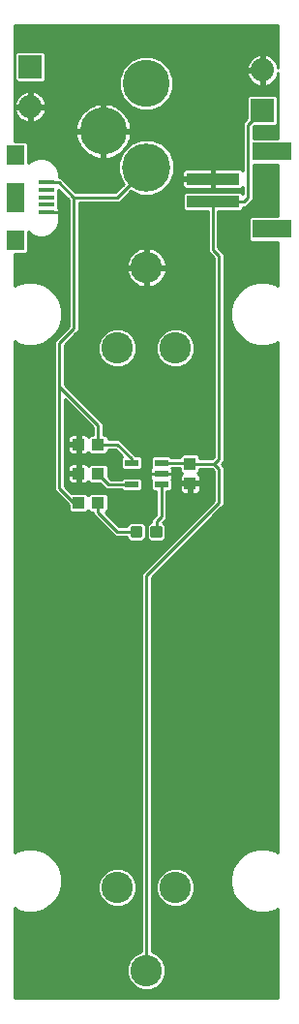
<source format=gtl>
G75*
%MOIN*%
%OFA0B0*%
%FSLAX25Y25*%
%IPPOS*%
%LPD*%
%AMOC8*
5,1,8,0,0,1.08239X$1,22.5*
%
%ADD10R,0.04724X0.02165*%
%ADD11R,0.04331X0.03937*%
%ADD12R,0.03937X0.04331*%
%ADD13R,0.18110X0.03937*%
%ADD14R,0.13386X0.06299*%
%ADD15R,0.08000X0.08000*%
%ADD16C,0.08000*%
%ADD17C,0.16598*%
%ADD18C,0.16200*%
%ADD19C,0.01181*%
%ADD20C,0.10800*%
%ADD21R,0.05512X0.01575*%
%ADD22R,0.05906X0.07087*%
%ADD23R,0.05906X0.09843*%
%ADD24C,0.01000*%
D10*
X0163215Y0221260D03*
X0163215Y0228740D03*
X0173452Y0228740D03*
X0173452Y0225000D03*
X0173452Y0221260D03*
D11*
X0151680Y0225000D03*
X0144987Y0225000D03*
X0144987Y0215000D03*
X0151680Y0215000D03*
X0151680Y0235000D03*
X0144987Y0235000D03*
D12*
X0183333Y0228346D03*
X0183333Y0221654D03*
D13*
X0191266Y0318563D03*
X0191266Y0326437D03*
D14*
X0211739Y0335886D03*
X0211739Y0309114D03*
D15*
X0208333Y0350000D03*
X0128333Y0365000D03*
D16*
X0128333Y0351220D03*
X0208333Y0363780D03*
D17*
X0168333Y0330363D03*
D18*
X0153524Y0342874D03*
X0168233Y0359185D03*
D19*
X0163503Y0206378D02*
X0163503Y0203622D01*
X0163503Y0206378D02*
X0166259Y0206378D01*
X0166259Y0203622D01*
X0163503Y0203622D01*
X0163503Y0204802D02*
X0166259Y0204802D01*
X0166259Y0205982D02*
X0163503Y0205982D01*
X0170408Y0206378D02*
X0170408Y0203622D01*
X0170408Y0206378D02*
X0173164Y0206378D01*
X0173164Y0203622D01*
X0170408Y0203622D01*
X0170408Y0204802D02*
X0173164Y0204802D01*
X0173164Y0205982D02*
X0170408Y0205982D01*
D20*
X0178333Y0268189D03*
X0158333Y0268189D03*
X0168333Y0295937D03*
X0158333Y0082598D03*
X0178333Y0082598D03*
X0168333Y0054063D03*
D21*
X0133963Y0314882D03*
X0133963Y0317441D03*
X0133963Y0320000D03*
X0133963Y0322559D03*
X0133963Y0325118D03*
D22*
X0123333Y0334567D03*
X0123333Y0305433D03*
D23*
X0123333Y0320000D03*
D24*
X0122833Y0075474D02*
X0122833Y0044500D01*
X0213755Y0044500D01*
X0213755Y0075428D01*
X0212579Y0074750D01*
X0209782Y0074000D01*
X0206885Y0074000D01*
X0204087Y0074750D01*
X0201579Y0076198D01*
X0199531Y0078246D01*
X0198083Y0080754D01*
X0197333Y0083552D01*
X0197333Y0086448D01*
X0198083Y0089246D01*
X0199531Y0091754D01*
X0201579Y0093802D01*
X0204087Y0095250D01*
X0206885Y0096000D01*
X0209782Y0096000D01*
X0212579Y0095250D01*
X0213755Y0094572D01*
X0213755Y0270428D01*
X0212579Y0269750D01*
X0209782Y0269000D01*
X0206885Y0269000D01*
X0204087Y0269750D01*
X0201579Y0271198D01*
X0199531Y0273246D01*
X0198083Y0275754D01*
X0197333Y0278552D01*
X0197333Y0281448D01*
X0198083Y0284246D01*
X0199531Y0286754D01*
X0201579Y0288802D01*
X0204087Y0290250D01*
X0206885Y0291000D01*
X0209782Y0291000D01*
X0212579Y0290250D01*
X0213755Y0289572D01*
X0213755Y0304665D01*
X0204507Y0304665D01*
X0203746Y0305426D01*
X0203746Y0312802D01*
X0204507Y0313564D01*
X0213755Y0313564D01*
X0213755Y0331436D01*
X0205133Y0331436D01*
X0205133Y0319254D01*
X0202642Y0316763D01*
X0201622Y0316763D01*
X0201622Y0316056D01*
X0200860Y0315294D01*
X0193066Y0315294D01*
X0193066Y0302813D01*
X0194079Y0301800D01*
X0195133Y0300746D01*
X0195133Y0229254D01*
X0194225Y0228346D01*
X0195133Y0227438D01*
X0195133Y0214254D01*
X0194079Y0213200D01*
X0170133Y0189254D01*
X0170133Y0060569D01*
X0172129Y0059743D01*
X0174013Y0057858D01*
X0175033Y0055396D01*
X0175033Y0052730D01*
X0174013Y0050268D01*
X0172129Y0048383D01*
X0169666Y0047363D01*
X0167001Y0047363D01*
X0164538Y0048383D01*
X0162653Y0050268D01*
X0161633Y0052730D01*
X0161633Y0055396D01*
X0162653Y0057858D01*
X0164538Y0059743D01*
X0166533Y0060569D01*
X0166533Y0190746D01*
X0191533Y0215746D01*
X0191533Y0225947D01*
X0190934Y0226546D01*
X0186602Y0226546D01*
X0186602Y0225643D01*
X0186068Y0225109D01*
X0186223Y0225019D01*
X0186502Y0224740D01*
X0186700Y0224398D01*
X0186802Y0224016D01*
X0186802Y0222138D01*
X0183818Y0222138D01*
X0183818Y0221169D01*
X0186802Y0221169D01*
X0186802Y0219291D01*
X0186700Y0218909D01*
X0186502Y0218567D01*
X0186223Y0218288D01*
X0185881Y0218090D01*
X0185499Y0217988D01*
X0183818Y0217988D01*
X0183818Y0221169D01*
X0182849Y0221169D01*
X0182849Y0217988D01*
X0181167Y0217988D01*
X0180786Y0218090D01*
X0180444Y0218288D01*
X0180165Y0218567D01*
X0179967Y0218909D01*
X0179865Y0219291D01*
X0179865Y0221169D01*
X0182849Y0221169D01*
X0182849Y0222138D01*
X0179865Y0222138D01*
X0179865Y0224016D01*
X0179967Y0224398D01*
X0180165Y0224740D01*
X0180444Y0225019D01*
X0180599Y0225109D01*
X0180065Y0225643D01*
X0180065Y0226940D01*
X0177051Y0226940D01*
X0177212Y0226662D01*
X0177314Y0226280D01*
X0177314Y0225041D01*
X0173493Y0225041D01*
X0173493Y0224959D01*
X0177314Y0224959D01*
X0177314Y0223720D01*
X0177212Y0223338D01*
X0177014Y0222996D01*
X0177007Y0222988D01*
X0177114Y0222881D01*
X0177114Y0219639D01*
X0176353Y0218877D01*
X0175252Y0218877D01*
X0175252Y0209373D01*
X0174047Y0208168D01*
X0175055Y0207161D01*
X0175055Y0202839D01*
X0173947Y0201731D01*
X0169625Y0201731D01*
X0168518Y0202839D01*
X0168518Y0207161D01*
X0169625Y0208268D01*
X0169986Y0208268D01*
X0169986Y0209198D01*
X0171652Y0210864D01*
X0171652Y0218877D01*
X0170551Y0218877D01*
X0169790Y0219639D01*
X0169790Y0222881D01*
X0169897Y0222988D01*
X0169889Y0222996D01*
X0169692Y0223338D01*
X0169590Y0223720D01*
X0169590Y0224959D01*
X0173410Y0224959D01*
X0173410Y0225041D01*
X0169590Y0225041D01*
X0169590Y0226280D01*
X0169692Y0226662D01*
X0169889Y0227004D01*
X0169897Y0227011D01*
X0169790Y0227119D01*
X0169790Y0230361D01*
X0170551Y0231123D01*
X0176353Y0231123D01*
X0176935Y0230540D01*
X0180065Y0230540D01*
X0180065Y0231050D01*
X0180826Y0231812D01*
X0185840Y0231812D01*
X0186602Y0231050D01*
X0186602Y0230146D01*
X0190934Y0230146D01*
X0191533Y0230746D01*
X0191533Y0299254D01*
X0189466Y0301321D01*
X0189466Y0315294D01*
X0181673Y0315294D01*
X0180911Y0316056D01*
X0180911Y0321070D01*
X0181673Y0321831D01*
X0200860Y0321831D01*
X0201533Y0321158D01*
X0201533Y0323567D01*
X0201522Y0323547D01*
X0201243Y0323268D01*
X0200900Y0323071D01*
X0200519Y0322969D01*
X0191751Y0322969D01*
X0191751Y0325953D01*
X0190782Y0325953D01*
X0180711Y0325953D01*
X0180711Y0324271D01*
X0180814Y0323890D01*
X0181011Y0323547D01*
X0181290Y0323268D01*
X0181632Y0323071D01*
X0182014Y0322969D01*
X0190782Y0322969D01*
X0190782Y0325953D01*
X0190782Y0326921D01*
X0180711Y0326921D01*
X0180711Y0328603D01*
X0180814Y0328984D01*
X0181011Y0329327D01*
X0181290Y0329606D01*
X0181632Y0329803D01*
X0182014Y0329905D01*
X0190782Y0329905D01*
X0190782Y0326921D01*
X0191751Y0326921D01*
X0191751Y0329905D01*
X0200519Y0329905D01*
X0200900Y0329803D01*
X0201243Y0329606D01*
X0201522Y0329327D01*
X0201533Y0329307D01*
X0201533Y0345746D01*
X0202588Y0346800D01*
X0203033Y0347246D01*
X0203033Y0354538D01*
X0203795Y0355300D01*
X0212872Y0355300D01*
X0213633Y0354538D01*
X0213633Y0345462D01*
X0212872Y0344700D01*
X0205579Y0344700D01*
X0205133Y0344254D01*
X0205133Y0340335D01*
X0213755Y0340335D01*
X0213755Y0362850D01*
X0213698Y0362492D01*
X0213430Y0361668D01*
X0213037Y0360897D01*
X0212528Y0360197D01*
X0211916Y0359584D01*
X0211216Y0359076D01*
X0210445Y0358682D01*
X0209621Y0358415D01*
X0208833Y0358290D01*
X0208833Y0363279D01*
X0207833Y0363279D01*
X0207833Y0358290D01*
X0207045Y0358415D01*
X0206222Y0358682D01*
X0205451Y0359076D01*
X0204750Y0359584D01*
X0204138Y0360197D01*
X0203629Y0360897D01*
X0203236Y0361668D01*
X0202969Y0362492D01*
X0202844Y0363280D01*
X0207833Y0363280D01*
X0207833Y0364280D01*
X0207833Y0369269D01*
X0207045Y0369144D01*
X0206222Y0368877D01*
X0205451Y0368484D01*
X0204750Y0367975D01*
X0204138Y0367363D01*
X0203629Y0366662D01*
X0203236Y0365891D01*
X0202969Y0365067D01*
X0202844Y0364280D01*
X0207833Y0364280D01*
X0208833Y0364280D01*
X0208833Y0369269D01*
X0209621Y0369144D01*
X0210445Y0368877D01*
X0211216Y0368484D01*
X0211916Y0367975D01*
X0212528Y0367363D01*
X0213037Y0366662D01*
X0213430Y0365891D01*
X0213698Y0365067D01*
X0213755Y0364709D01*
X0213755Y0379201D01*
X0122833Y0379201D01*
X0122833Y0339410D01*
X0126825Y0339410D01*
X0127586Y0338649D01*
X0127586Y0331802D01*
X0128498Y0332714D01*
X0130767Y0333654D01*
X0133223Y0333654D01*
X0135492Y0332714D01*
X0137228Y0330977D01*
X0138168Y0328708D01*
X0138168Y0326918D01*
X0138961Y0326918D01*
X0140015Y0325864D01*
X0144079Y0321800D01*
X0157588Y0321800D01*
X0160454Y0324667D01*
X0160196Y0324925D01*
X0158734Y0328454D01*
X0158734Y0332272D01*
X0160196Y0335801D01*
X0162896Y0338501D01*
X0166424Y0339962D01*
X0170243Y0339962D01*
X0173771Y0338501D01*
X0176471Y0335801D01*
X0177933Y0332272D01*
X0177933Y0328454D01*
X0176471Y0324925D01*
X0173771Y0322225D01*
X0170243Y0320764D01*
X0166424Y0320764D01*
X0163043Y0322164D01*
X0160133Y0319254D01*
X0159079Y0318200D01*
X0145133Y0318200D01*
X0145133Y0274254D01*
X0144079Y0273200D01*
X0140133Y0269254D01*
X0140133Y0255746D01*
X0153480Y0242399D01*
X0153480Y0238268D01*
X0154384Y0238268D01*
X0155145Y0237507D01*
X0155145Y0236800D01*
X0159079Y0236800D01*
X0164756Y0231123D01*
X0166116Y0231123D01*
X0166877Y0230361D01*
X0166877Y0227119D01*
X0166116Y0226357D01*
X0160314Y0226357D01*
X0159553Y0227119D01*
X0159553Y0230361D01*
X0159990Y0230798D01*
X0157588Y0233200D01*
X0155145Y0233200D01*
X0155145Y0232493D01*
X0154384Y0231731D01*
X0148976Y0231731D01*
X0148442Y0232265D01*
X0148353Y0232110D01*
X0148073Y0231831D01*
X0147731Y0231634D01*
X0147350Y0231531D01*
X0145471Y0231531D01*
X0145471Y0234516D01*
X0144503Y0234516D01*
X0144503Y0231531D01*
X0142624Y0231531D01*
X0142243Y0231634D01*
X0141900Y0231831D01*
X0141621Y0232110D01*
X0141424Y0232453D01*
X0141322Y0232834D01*
X0141322Y0234516D01*
X0144503Y0234516D01*
X0144503Y0235484D01*
X0141322Y0235484D01*
X0141322Y0237166D01*
X0141424Y0237547D01*
X0141621Y0237890D01*
X0141900Y0238169D01*
X0142243Y0238366D01*
X0142624Y0238468D01*
X0144503Y0238468D01*
X0144503Y0235484D01*
X0145471Y0235484D01*
X0145471Y0238468D01*
X0147350Y0238468D01*
X0147731Y0238366D01*
X0148073Y0238169D01*
X0148353Y0237890D01*
X0148442Y0237735D01*
X0148976Y0238268D01*
X0149880Y0238268D01*
X0149880Y0240908D01*
X0140133Y0250654D01*
X0140133Y0220746D01*
X0142610Y0218268D01*
X0147691Y0218268D01*
X0148333Y0217626D01*
X0148976Y0218268D01*
X0154384Y0218268D01*
X0155145Y0217507D01*
X0155145Y0212493D01*
X0154384Y0211731D01*
X0154147Y0211731D01*
X0159079Y0206800D01*
X0161612Y0206800D01*
X0161612Y0207161D01*
X0162720Y0208268D01*
X0167042Y0208268D01*
X0168149Y0207161D01*
X0168149Y0202839D01*
X0167042Y0201731D01*
X0162720Y0201731D01*
X0161612Y0202839D01*
X0161612Y0203200D01*
X0157588Y0203200D01*
X0156533Y0204254D01*
X0149880Y0210908D01*
X0149880Y0211731D01*
X0148976Y0211731D01*
X0148333Y0212374D01*
X0147691Y0211731D01*
X0142283Y0211731D01*
X0141522Y0212493D01*
X0141522Y0214266D01*
X0137588Y0218200D01*
X0136533Y0219254D01*
X0136533Y0270746D01*
X0141533Y0275746D01*
X0141533Y0319254D01*
X0138019Y0322769D01*
X0138019Y0316418D01*
X0138117Y0316248D01*
X0138219Y0315867D01*
X0138219Y0314882D01*
X0137698Y0314882D01*
X0137698Y0314882D01*
X0138219Y0314882D01*
X0138219Y0313897D01*
X0138168Y0313706D01*
X0138168Y0311292D01*
X0137228Y0309023D01*
X0135492Y0307286D01*
X0133223Y0306346D01*
X0130767Y0306346D01*
X0128498Y0307286D01*
X0127586Y0308198D01*
X0127586Y0301351D01*
X0126825Y0300590D01*
X0122833Y0300590D01*
X0122833Y0289526D01*
X0124087Y0290250D01*
X0126885Y0291000D01*
X0129782Y0291000D01*
X0132579Y0290250D01*
X0135087Y0288802D01*
X0137136Y0286754D01*
X0138584Y0284246D01*
X0139333Y0281448D01*
X0139333Y0278552D01*
X0138584Y0275754D01*
X0137136Y0273246D01*
X0135087Y0271198D01*
X0132579Y0269750D01*
X0129782Y0269000D01*
X0126885Y0269000D01*
X0124087Y0269750D01*
X0122833Y0270474D01*
X0122833Y0094526D01*
X0124087Y0095250D01*
X0126885Y0096000D01*
X0129782Y0096000D01*
X0132579Y0095250D01*
X0135087Y0093802D01*
X0137136Y0091754D01*
X0138584Y0089246D01*
X0139333Y0086448D01*
X0139333Y0083552D01*
X0138584Y0080754D01*
X0137136Y0078246D01*
X0135087Y0076198D01*
X0132579Y0074750D01*
X0129782Y0074000D01*
X0126885Y0074000D01*
X0124087Y0074750D01*
X0122833Y0075474D01*
X0122833Y0074948D02*
X0123744Y0074948D01*
X0122833Y0073949D02*
X0166533Y0073949D01*
X0166533Y0072951D02*
X0122833Y0072951D01*
X0122833Y0071952D02*
X0166533Y0071952D01*
X0166533Y0070954D02*
X0122833Y0070954D01*
X0122833Y0069955D02*
X0166533Y0069955D01*
X0166533Y0068957D02*
X0122833Y0068957D01*
X0122833Y0067958D02*
X0166533Y0067958D01*
X0166533Y0066960D02*
X0122833Y0066960D01*
X0122833Y0065961D02*
X0166533Y0065961D01*
X0166533Y0064963D02*
X0122833Y0064963D01*
X0122833Y0063964D02*
X0166533Y0063964D01*
X0166533Y0062966D02*
X0122833Y0062966D01*
X0122833Y0061967D02*
X0166533Y0061967D01*
X0166533Y0060969D02*
X0122833Y0060969D01*
X0122833Y0059970D02*
X0165087Y0059970D01*
X0163767Y0058972D02*
X0122833Y0058972D01*
X0122833Y0057973D02*
X0162768Y0057973D01*
X0162287Y0056975D02*
X0122833Y0056975D01*
X0122833Y0055976D02*
X0161874Y0055976D01*
X0161633Y0054978D02*
X0122833Y0054978D01*
X0122833Y0053979D02*
X0161633Y0053979D01*
X0161633Y0052981D02*
X0122833Y0052981D01*
X0122833Y0051982D02*
X0161943Y0051982D01*
X0162357Y0050984D02*
X0122833Y0050984D01*
X0122833Y0049985D02*
X0162936Y0049985D01*
X0163934Y0048987D02*
X0122833Y0048987D01*
X0122833Y0047988D02*
X0165491Y0047988D01*
X0168333Y0054063D02*
X0168333Y0190000D01*
X0193333Y0215000D01*
X0193333Y0226693D01*
X0191680Y0228346D01*
X0193333Y0230000D01*
X0193333Y0300000D01*
X0191266Y0302067D01*
X0191266Y0318563D01*
X0201896Y0318563D01*
X0203333Y0320000D01*
X0203333Y0345000D01*
X0208333Y0350000D01*
X0205425Y0344546D02*
X0213755Y0344546D01*
X0213755Y0345544D02*
X0213633Y0345544D01*
X0213633Y0346543D02*
X0213755Y0346543D01*
X0213755Y0347541D02*
X0213633Y0347541D01*
X0213633Y0348540D02*
X0213755Y0348540D01*
X0213755Y0349539D02*
X0213633Y0349539D01*
X0213633Y0350537D02*
X0213755Y0350537D01*
X0213755Y0351536D02*
X0213633Y0351536D01*
X0213633Y0352534D02*
X0213755Y0352534D01*
X0213755Y0353533D02*
X0213633Y0353533D01*
X0213633Y0354531D02*
X0213755Y0354531D01*
X0213755Y0355530D02*
X0176894Y0355530D01*
X0177307Y0356528D02*
X0213755Y0356528D01*
X0213755Y0357527D02*
X0177633Y0357527D01*
X0177633Y0357315D02*
X0176202Y0353860D01*
X0173558Y0351216D01*
X0170103Y0349785D01*
X0166364Y0349785D01*
X0162909Y0351216D01*
X0160264Y0353860D01*
X0158833Y0357315D01*
X0158833Y0361055D01*
X0160264Y0364510D01*
X0162909Y0367154D01*
X0166364Y0368585D01*
X0170103Y0368585D01*
X0173558Y0367154D01*
X0176202Y0364510D01*
X0177633Y0361055D01*
X0177633Y0357315D01*
X0177633Y0358525D02*
X0206706Y0358525D01*
X0207833Y0358525D02*
X0208833Y0358525D01*
X0208833Y0359524D02*
X0207833Y0359524D01*
X0207833Y0360522D02*
X0208833Y0360522D01*
X0208833Y0361521D02*
X0207833Y0361521D01*
X0207833Y0362519D02*
X0208833Y0362519D01*
X0207833Y0363518D02*
X0176613Y0363518D01*
X0177027Y0362519D02*
X0202964Y0362519D01*
X0203311Y0361521D02*
X0177440Y0361521D01*
X0177633Y0360522D02*
X0203902Y0360522D01*
X0204834Y0359524D02*
X0177633Y0359524D01*
X0176196Y0364516D02*
X0202881Y0364516D01*
X0203114Y0365515D02*
X0175197Y0365515D01*
X0174199Y0366513D02*
X0203553Y0366513D01*
X0204287Y0367512D02*
X0172694Y0367512D01*
X0170284Y0368510D02*
X0205503Y0368510D01*
X0207833Y0368510D02*
X0208833Y0368510D01*
X0208833Y0367512D02*
X0207833Y0367512D01*
X0207833Y0366513D02*
X0208833Y0366513D01*
X0208833Y0365515D02*
X0207833Y0365515D01*
X0207833Y0364516D02*
X0208833Y0364516D01*
X0211164Y0368510D02*
X0213755Y0368510D01*
X0213755Y0367512D02*
X0212379Y0367512D01*
X0213113Y0366513D02*
X0213755Y0366513D01*
X0213755Y0365515D02*
X0213553Y0365515D01*
X0213702Y0362519D02*
X0213755Y0362519D01*
X0213755Y0361521D02*
X0213355Y0361521D01*
X0213755Y0360522D02*
X0212765Y0360522D01*
X0211833Y0359524D02*
X0213755Y0359524D01*
X0213755Y0358525D02*
X0209960Y0358525D01*
X0203033Y0354531D02*
X0176480Y0354531D01*
X0175874Y0353533D02*
X0203033Y0353533D01*
X0203033Y0352534D02*
X0174876Y0352534D01*
X0173877Y0351536D02*
X0203033Y0351536D01*
X0203033Y0350537D02*
X0171919Y0350537D01*
X0164548Y0350537D02*
X0159312Y0350537D01*
X0159088Y0350716D02*
X0159931Y0350043D01*
X0160693Y0349281D01*
X0161366Y0348438D01*
X0161939Y0347525D01*
X0162407Y0346554D01*
X0162763Y0345536D01*
X0163003Y0344485D01*
X0163124Y0343413D01*
X0163124Y0343374D01*
X0154024Y0343374D01*
X0154024Y0342374D01*
X0163124Y0342374D01*
X0163124Y0342335D01*
X0163003Y0341263D01*
X0162763Y0340212D01*
X0162407Y0339194D01*
X0161939Y0338223D01*
X0161366Y0337310D01*
X0160693Y0336467D01*
X0159931Y0335705D01*
X0159088Y0335032D01*
X0158175Y0334459D01*
X0157203Y0333991D01*
X0156186Y0333635D01*
X0155134Y0333395D01*
X0154063Y0333274D01*
X0154024Y0333274D01*
X0154024Y0342374D01*
X0153024Y0342374D01*
X0153024Y0333274D01*
X0152985Y0333274D01*
X0151913Y0333395D01*
X0150862Y0333635D01*
X0149844Y0333991D01*
X0148873Y0334459D01*
X0147960Y0335032D01*
X0147117Y0335705D01*
X0146354Y0336467D01*
X0145682Y0337310D01*
X0145108Y0338223D01*
X0144641Y0339194D01*
X0144285Y0340212D01*
X0144045Y0341263D01*
X0143924Y0342335D01*
X0143924Y0342374D01*
X0153024Y0342374D01*
X0153024Y0343374D01*
X0153024Y0352474D01*
X0152985Y0352474D01*
X0151913Y0352353D01*
X0150862Y0352113D01*
X0149844Y0351757D01*
X0148873Y0351289D01*
X0147960Y0350716D01*
X0147117Y0350043D01*
X0146354Y0349281D01*
X0145682Y0348438D01*
X0145108Y0347525D01*
X0144641Y0346554D01*
X0144285Y0345536D01*
X0144045Y0344485D01*
X0143924Y0343413D01*
X0143924Y0343374D01*
X0153024Y0343374D01*
X0154024Y0343374D01*
X0154024Y0352474D01*
X0154063Y0352474D01*
X0155134Y0352353D01*
X0156186Y0352113D01*
X0157203Y0351757D01*
X0158175Y0351289D01*
X0159088Y0350716D01*
X0157664Y0351536D02*
X0162589Y0351536D01*
X0161591Y0352534D02*
X0133690Y0352534D01*
X0133698Y0352508D02*
X0133430Y0353332D01*
X0133037Y0354103D01*
X0132528Y0354803D01*
X0131916Y0355416D01*
X0131216Y0355924D01*
X0130445Y0356318D01*
X0129621Y0356585D01*
X0128833Y0356710D01*
X0128833Y0351721D01*
X0127833Y0351721D01*
X0127833Y0356710D01*
X0127045Y0356585D01*
X0126222Y0356318D01*
X0125451Y0355924D01*
X0124750Y0355416D01*
X0124138Y0354803D01*
X0123629Y0354103D01*
X0123236Y0353332D01*
X0122969Y0352508D01*
X0122844Y0351720D01*
X0127833Y0351720D01*
X0127833Y0350720D01*
X0128833Y0350720D01*
X0128833Y0345731D01*
X0129621Y0345856D01*
X0130445Y0346123D01*
X0131216Y0346516D01*
X0131916Y0347025D01*
X0132528Y0347637D01*
X0133037Y0348338D01*
X0133430Y0349109D01*
X0133698Y0349933D01*
X0133823Y0350720D01*
X0128833Y0350720D01*
X0128833Y0351720D01*
X0133823Y0351720D01*
X0133698Y0352508D01*
X0133328Y0353533D02*
X0160592Y0353533D01*
X0159987Y0354531D02*
X0132726Y0354531D01*
X0131759Y0355530D02*
X0159573Y0355530D01*
X0159159Y0356528D02*
X0129796Y0356528D01*
X0128833Y0356528D02*
X0127833Y0356528D01*
X0126870Y0356528D02*
X0122833Y0356528D01*
X0122833Y0355530D02*
X0124907Y0355530D01*
X0123940Y0354531D02*
X0122833Y0354531D01*
X0122833Y0353533D02*
X0123339Y0353533D01*
X0122977Y0352534D02*
X0122833Y0352534D01*
X0122833Y0351536D02*
X0127833Y0351536D01*
X0127833Y0350720D02*
X0122844Y0350720D01*
X0122969Y0349933D01*
X0123236Y0349109D01*
X0123629Y0348338D01*
X0124138Y0347637D01*
X0124750Y0347025D01*
X0125451Y0346516D01*
X0126222Y0346123D01*
X0127045Y0345856D01*
X0127833Y0345731D01*
X0127833Y0350720D01*
X0127833Y0350537D02*
X0128833Y0350537D01*
X0128833Y0349539D02*
X0127833Y0349539D01*
X0127833Y0348540D02*
X0128833Y0348540D01*
X0128833Y0347541D02*
X0127833Y0347541D01*
X0127833Y0346543D02*
X0128833Y0346543D01*
X0131252Y0346543D02*
X0144637Y0346543D01*
X0144288Y0345544D02*
X0122833Y0345544D01*
X0122833Y0344546D02*
X0144059Y0344546D01*
X0143939Y0343547D02*
X0122833Y0343547D01*
X0122833Y0342549D02*
X0153024Y0342549D01*
X0153024Y0343547D02*
X0154024Y0343547D01*
X0154024Y0342549D02*
X0201533Y0342549D01*
X0201533Y0343547D02*
X0163109Y0343547D01*
X0162989Y0344546D02*
X0201533Y0344546D01*
X0201533Y0345544D02*
X0162760Y0345544D01*
X0162411Y0346543D02*
X0202331Y0346543D01*
X0203033Y0347541D02*
X0161929Y0347541D01*
X0161284Y0348540D02*
X0203033Y0348540D01*
X0203033Y0349539D02*
X0160436Y0349539D01*
X0154024Y0349539D02*
X0153024Y0349539D01*
X0153024Y0350537D02*
X0154024Y0350537D01*
X0154024Y0351536D02*
X0153024Y0351536D01*
X0153024Y0348540D02*
X0154024Y0348540D01*
X0154024Y0347541D02*
X0153024Y0347541D01*
X0153024Y0346543D02*
X0154024Y0346543D01*
X0154024Y0345544D02*
X0153024Y0345544D01*
X0153024Y0344546D02*
X0154024Y0344546D01*
X0154024Y0341550D02*
X0153024Y0341550D01*
X0153024Y0340552D02*
X0154024Y0340552D01*
X0154024Y0339553D02*
X0153024Y0339553D01*
X0153024Y0338555D02*
X0154024Y0338555D01*
X0154024Y0337556D02*
X0153024Y0337556D01*
X0153024Y0336558D02*
X0154024Y0336558D01*
X0154024Y0335559D02*
X0153024Y0335559D01*
X0153024Y0334561D02*
X0154024Y0334561D01*
X0154024Y0333562D02*
X0153024Y0333562D01*
X0151179Y0333562D02*
X0133443Y0333562D01*
X0135641Y0332564D02*
X0158855Y0332564D01*
X0158734Y0331565D02*
X0136640Y0331565D01*
X0137398Y0330567D02*
X0158734Y0330567D01*
X0158734Y0329568D02*
X0137812Y0329568D01*
X0138168Y0328570D02*
X0158734Y0328570D01*
X0159100Y0327571D02*
X0138168Y0327571D01*
X0139306Y0326573D02*
X0159513Y0326573D01*
X0159927Y0325574D02*
X0140305Y0325574D01*
X0141303Y0324576D02*
X0160363Y0324576D01*
X0159365Y0323577D02*
X0142302Y0323577D01*
X0143300Y0322579D02*
X0158366Y0322579D01*
X0158333Y0320000D02*
X0143333Y0320000D01*
X0138215Y0325118D01*
X0133963Y0325118D01*
X0138019Y0322579D02*
X0138209Y0322579D01*
X0138019Y0321580D02*
X0139208Y0321580D01*
X0140206Y0320582D02*
X0138019Y0320582D01*
X0138019Y0319583D02*
X0141205Y0319583D01*
X0141533Y0318585D02*
X0138019Y0318585D01*
X0138019Y0317586D02*
X0141533Y0317586D01*
X0141533Y0316588D02*
X0138019Y0316588D01*
X0138219Y0315589D02*
X0141533Y0315589D01*
X0141533Y0314591D02*
X0138219Y0314591D01*
X0138215Y0314882D02*
X0138333Y0315000D01*
X0138215Y0314882D02*
X0133963Y0314882D01*
X0138168Y0313592D02*
X0141533Y0313592D01*
X0141533Y0312594D02*
X0138168Y0312594D01*
X0138168Y0311595D02*
X0141533Y0311595D01*
X0141533Y0310597D02*
X0137880Y0310597D01*
X0137466Y0309598D02*
X0141533Y0309598D01*
X0141533Y0308600D02*
X0136805Y0308600D01*
X0135806Y0307601D02*
X0141533Y0307601D01*
X0141533Y0306603D02*
X0133841Y0306603D01*
X0130149Y0306603D02*
X0127586Y0306603D01*
X0127586Y0307601D02*
X0128183Y0307601D01*
X0127586Y0305604D02*
X0141533Y0305604D01*
X0141533Y0304605D02*
X0127586Y0304605D01*
X0127586Y0303607D02*
X0141533Y0303607D01*
X0141533Y0302608D02*
X0127586Y0302608D01*
X0127586Y0301610D02*
X0141533Y0301610D01*
X0141533Y0300611D02*
X0126846Y0300611D01*
X0122833Y0299613D02*
X0141533Y0299613D01*
X0141533Y0298614D02*
X0122833Y0298614D01*
X0122833Y0297616D02*
X0141533Y0297616D01*
X0141533Y0296617D02*
X0122833Y0296617D01*
X0122833Y0295619D02*
X0141533Y0295619D01*
X0141533Y0294620D02*
X0122833Y0294620D01*
X0122833Y0293622D02*
X0141533Y0293622D01*
X0141533Y0292623D02*
X0122833Y0292623D01*
X0122833Y0291625D02*
X0141533Y0291625D01*
X0141533Y0290626D02*
X0131176Y0290626D01*
X0133657Y0289628D02*
X0141533Y0289628D01*
X0141533Y0288629D02*
X0135260Y0288629D01*
X0136259Y0287631D02*
X0141533Y0287631D01*
X0141533Y0286632D02*
X0137206Y0286632D01*
X0137782Y0285634D02*
X0141533Y0285634D01*
X0141533Y0284635D02*
X0138359Y0284635D01*
X0138747Y0283637D02*
X0141533Y0283637D01*
X0141533Y0282638D02*
X0139014Y0282638D01*
X0139282Y0281640D02*
X0141533Y0281640D01*
X0141533Y0280641D02*
X0139333Y0280641D01*
X0139333Y0279643D02*
X0141533Y0279643D01*
X0141533Y0278644D02*
X0139333Y0278644D01*
X0139091Y0277646D02*
X0141533Y0277646D01*
X0141533Y0276647D02*
X0138823Y0276647D01*
X0138523Y0275649D02*
X0141436Y0275649D01*
X0140438Y0274650D02*
X0137946Y0274650D01*
X0137370Y0273652D02*
X0139439Y0273652D01*
X0138441Y0272653D02*
X0136543Y0272653D01*
X0137442Y0271655D02*
X0135544Y0271655D01*
X0136533Y0270656D02*
X0134149Y0270656D01*
X0132236Y0269658D02*
X0136533Y0269658D01*
X0136533Y0268659D02*
X0122833Y0268659D01*
X0122833Y0267661D02*
X0136533Y0267661D01*
X0136533Y0266662D02*
X0122833Y0266662D01*
X0122833Y0265664D02*
X0136533Y0265664D01*
X0136533Y0264665D02*
X0122833Y0264665D01*
X0122833Y0263667D02*
X0136533Y0263667D01*
X0136533Y0262668D02*
X0122833Y0262668D01*
X0122833Y0261670D02*
X0136533Y0261670D01*
X0136533Y0260671D02*
X0122833Y0260671D01*
X0122833Y0259672D02*
X0136533Y0259672D01*
X0136533Y0258674D02*
X0122833Y0258674D01*
X0122833Y0257675D02*
X0136533Y0257675D01*
X0136533Y0256677D02*
X0122833Y0256677D01*
X0122833Y0255678D02*
X0136533Y0255678D01*
X0136533Y0254680D02*
X0122833Y0254680D01*
X0122833Y0253681D02*
X0136533Y0253681D01*
X0136533Y0252683D02*
X0122833Y0252683D01*
X0122833Y0251684D02*
X0136533Y0251684D01*
X0136533Y0250686D02*
X0122833Y0250686D01*
X0122833Y0249687D02*
X0136533Y0249687D01*
X0136533Y0248689D02*
X0122833Y0248689D01*
X0122833Y0247690D02*
X0136533Y0247690D01*
X0136533Y0246692D02*
X0122833Y0246692D01*
X0122833Y0245693D02*
X0136533Y0245693D01*
X0136533Y0244695D02*
X0122833Y0244695D01*
X0122833Y0243696D02*
X0136533Y0243696D01*
X0136533Y0242698D02*
X0122833Y0242698D01*
X0122833Y0241699D02*
X0136533Y0241699D01*
X0136533Y0240701D02*
X0122833Y0240701D01*
X0122833Y0239702D02*
X0136533Y0239702D01*
X0136533Y0238704D02*
X0122833Y0238704D01*
X0122833Y0237705D02*
X0136533Y0237705D01*
X0136533Y0236707D02*
X0122833Y0236707D01*
X0122833Y0235708D02*
X0136533Y0235708D01*
X0136533Y0234710D02*
X0122833Y0234710D01*
X0122833Y0233711D02*
X0136533Y0233711D01*
X0136533Y0232713D02*
X0122833Y0232713D01*
X0122833Y0231714D02*
X0136533Y0231714D01*
X0136533Y0230716D02*
X0122833Y0230716D01*
X0122833Y0229717D02*
X0136533Y0229717D01*
X0136533Y0228719D02*
X0122833Y0228719D01*
X0122833Y0227720D02*
X0136533Y0227720D01*
X0136533Y0226722D02*
X0122833Y0226722D01*
X0122833Y0225723D02*
X0136533Y0225723D01*
X0136533Y0224725D02*
X0122833Y0224725D01*
X0122833Y0223726D02*
X0136533Y0223726D01*
X0136533Y0222728D02*
X0122833Y0222728D01*
X0122833Y0221729D02*
X0136533Y0221729D01*
X0136533Y0220731D02*
X0122833Y0220731D01*
X0122833Y0219732D02*
X0136533Y0219732D01*
X0137054Y0218734D02*
X0122833Y0218734D01*
X0122833Y0217735D02*
X0138053Y0217735D01*
X0139051Y0216737D02*
X0122833Y0216737D01*
X0122833Y0215738D02*
X0140050Y0215738D01*
X0141048Y0214739D02*
X0122833Y0214739D01*
X0122833Y0213741D02*
X0141522Y0213741D01*
X0141522Y0212742D02*
X0122833Y0212742D01*
X0122833Y0211744D02*
X0142271Y0211744D01*
X0143333Y0215000D02*
X0138333Y0220000D01*
X0138333Y0255000D01*
X0138333Y0270000D01*
X0143333Y0275000D01*
X0143333Y0320000D01*
X0145133Y0317586D02*
X0180911Y0317586D01*
X0180911Y0316588D02*
X0145133Y0316588D01*
X0145133Y0315589D02*
X0181378Y0315589D01*
X0180911Y0318585D02*
X0159464Y0318585D01*
X0160462Y0319583D02*
X0180911Y0319583D01*
X0180911Y0320582D02*
X0161461Y0320582D01*
X0162459Y0321580D02*
X0164453Y0321580D01*
X0158333Y0320000D02*
X0168333Y0330000D01*
X0168333Y0330363D01*
X0175123Y0323577D02*
X0180994Y0323577D01*
X0180711Y0324576D02*
X0176121Y0324576D01*
X0176740Y0325574D02*
X0180711Y0325574D01*
X0180711Y0327571D02*
X0177567Y0327571D01*
X0177933Y0328570D02*
X0180711Y0328570D01*
X0181253Y0329568D02*
X0177933Y0329568D01*
X0177933Y0330567D02*
X0201533Y0330567D01*
X0201533Y0331565D02*
X0177933Y0331565D01*
X0177812Y0332564D02*
X0201533Y0332564D01*
X0201533Y0333562D02*
X0177398Y0333562D01*
X0176985Y0334561D02*
X0201533Y0334561D01*
X0201533Y0335559D02*
X0176571Y0335559D01*
X0175714Y0336558D02*
X0201533Y0336558D01*
X0201533Y0337556D02*
X0174715Y0337556D01*
X0173640Y0338555D02*
X0201533Y0338555D01*
X0201533Y0339553D02*
X0171230Y0339553D01*
X0165437Y0339553D02*
X0162533Y0339553D01*
X0162841Y0340552D02*
X0201533Y0340552D01*
X0201533Y0341550D02*
X0163035Y0341550D01*
X0163026Y0338555D02*
X0162099Y0338555D01*
X0161951Y0337556D02*
X0161520Y0337556D01*
X0160953Y0336558D02*
X0160766Y0336558D01*
X0160096Y0335559D02*
X0159749Y0335559D01*
X0159682Y0334561D02*
X0158338Y0334561D01*
X0159268Y0333562D02*
X0155869Y0333562D01*
X0148710Y0334561D02*
X0127586Y0334561D01*
X0127586Y0335559D02*
X0147299Y0335559D01*
X0146282Y0336558D02*
X0127586Y0336558D01*
X0127586Y0337556D02*
X0145527Y0337556D01*
X0144949Y0338555D02*
X0127586Y0338555D01*
X0122833Y0339553D02*
X0144515Y0339553D01*
X0144207Y0340552D02*
X0122833Y0340552D01*
X0122833Y0341550D02*
X0144012Y0341550D01*
X0145119Y0347541D02*
X0132433Y0347541D01*
X0133140Y0348540D02*
X0145763Y0348540D01*
X0146612Y0349539D02*
X0133570Y0349539D01*
X0133794Y0350537D02*
X0147736Y0350537D01*
X0149384Y0351536D02*
X0128833Y0351536D01*
X0128833Y0352534D02*
X0127833Y0352534D01*
X0127833Y0353533D02*
X0128833Y0353533D01*
X0128833Y0354531D02*
X0127833Y0354531D01*
X0127833Y0355530D02*
X0128833Y0355530D01*
X0132872Y0359700D02*
X0133633Y0360462D01*
X0133633Y0369538D01*
X0132872Y0370300D01*
X0123795Y0370300D01*
X0123033Y0369538D01*
X0123033Y0360462D01*
X0123795Y0359700D01*
X0132872Y0359700D01*
X0133633Y0360522D02*
X0158833Y0360522D01*
X0158833Y0359524D02*
X0122833Y0359524D01*
X0122833Y0360522D02*
X0123033Y0360522D01*
X0123033Y0361521D02*
X0122833Y0361521D01*
X0122833Y0362519D02*
X0123033Y0362519D01*
X0123033Y0363518D02*
X0122833Y0363518D01*
X0122833Y0364516D02*
X0123033Y0364516D01*
X0123033Y0365515D02*
X0122833Y0365515D01*
X0122833Y0366513D02*
X0123033Y0366513D01*
X0123033Y0367512D02*
X0122833Y0367512D01*
X0122833Y0368510D02*
X0123033Y0368510D01*
X0123033Y0369509D02*
X0122833Y0369509D01*
X0122833Y0370507D02*
X0213755Y0370507D01*
X0213755Y0369509D02*
X0133633Y0369509D01*
X0133633Y0368510D02*
X0166183Y0368510D01*
X0163772Y0367512D02*
X0133633Y0367512D01*
X0133633Y0366513D02*
X0162268Y0366513D01*
X0161269Y0365515D02*
X0133633Y0365515D01*
X0133633Y0364516D02*
X0160271Y0364516D01*
X0159853Y0363518D02*
X0133633Y0363518D01*
X0133633Y0362519D02*
X0159440Y0362519D01*
X0159026Y0361521D02*
X0133633Y0361521D01*
X0122833Y0358525D02*
X0158833Y0358525D01*
X0158833Y0357527D02*
X0122833Y0357527D01*
X0122833Y0350537D02*
X0122873Y0350537D01*
X0122833Y0349539D02*
X0123097Y0349539D01*
X0122833Y0348540D02*
X0123526Y0348540D01*
X0122833Y0347541D02*
X0124234Y0347541D01*
X0125414Y0346543D02*
X0122833Y0346543D01*
X0127586Y0333562D02*
X0130547Y0333562D01*
X0128348Y0332564D02*
X0127586Y0332564D01*
X0145133Y0314591D02*
X0189466Y0314591D01*
X0189466Y0313592D02*
X0145133Y0313592D01*
X0145133Y0312594D02*
X0189466Y0312594D01*
X0189466Y0311595D02*
X0145133Y0311595D01*
X0145133Y0310597D02*
X0189466Y0310597D01*
X0189466Y0309598D02*
X0145133Y0309598D01*
X0145133Y0308600D02*
X0189466Y0308600D01*
X0189466Y0307601D02*
X0145133Y0307601D01*
X0145133Y0306603D02*
X0189466Y0306603D01*
X0189466Y0305604D02*
X0145133Y0305604D01*
X0145133Y0304605D02*
X0189466Y0304605D01*
X0189466Y0303607D02*
X0145133Y0303607D01*
X0145133Y0302608D02*
X0166572Y0302608D01*
X0166984Y0302719D02*
X0166111Y0302485D01*
X0165275Y0302139D01*
X0164492Y0301686D01*
X0163774Y0301136D01*
X0163134Y0300496D01*
X0162584Y0299779D01*
X0162132Y0298995D01*
X0161785Y0298160D01*
X0161551Y0297286D01*
X0161440Y0296437D01*
X0167833Y0296437D01*
X0167833Y0295437D01*
X0161440Y0295437D01*
X0161551Y0294588D01*
X0161785Y0293714D01*
X0162132Y0292879D01*
X0162584Y0292095D01*
X0163134Y0291378D01*
X0163774Y0290738D01*
X0164492Y0290188D01*
X0165275Y0289735D01*
X0166111Y0289389D01*
X0166984Y0289155D01*
X0167833Y0289043D01*
X0167833Y0295437D01*
X0168833Y0295437D01*
X0168833Y0289043D01*
X0169682Y0289155D01*
X0170556Y0289389D01*
X0171392Y0289735D01*
X0172175Y0290188D01*
X0172893Y0290738D01*
X0173532Y0291378D01*
X0174083Y0292095D01*
X0174535Y0292879D01*
X0174881Y0293714D01*
X0175115Y0294588D01*
X0175227Y0295437D01*
X0168833Y0295437D01*
X0168833Y0296437D01*
X0167833Y0296437D01*
X0167833Y0302831D01*
X0166984Y0302719D01*
X0167833Y0302608D02*
X0168833Y0302608D01*
X0168833Y0302831D02*
X0168833Y0296437D01*
X0175227Y0296437D01*
X0175115Y0297286D01*
X0174881Y0298160D01*
X0174535Y0298995D01*
X0174083Y0299779D01*
X0173532Y0300496D01*
X0172893Y0301136D01*
X0172175Y0301686D01*
X0171392Y0302139D01*
X0170556Y0302485D01*
X0169682Y0302719D01*
X0168833Y0302831D01*
X0168833Y0301610D02*
X0167833Y0301610D01*
X0167833Y0300611D02*
X0168833Y0300611D01*
X0168833Y0299613D02*
X0167833Y0299613D01*
X0167833Y0298614D02*
X0168833Y0298614D01*
X0168833Y0297616D02*
X0167833Y0297616D01*
X0167833Y0296617D02*
X0168833Y0296617D01*
X0168833Y0295619D02*
X0191533Y0295619D01*
X0191533Y0296617D02*
X0175203Y0296617D01*
X0175027Y0297616D02*
X0191533Y0297616D01*
X0191533Y0298614D02*
X0174693Y0298614D01*
X0174178Y0299613D02*
X0191175Y0299613D01*
X0190176Y0300611D02*
X0173417Y0300611D01*
X0172275Y0301610D02*
X0189466Y0301610D01*
X0189466Y0302608D02*
X0170095Y0302608D01*
X0164392Y0301610D02*
X0145133Y0301610D01*
X0145133Y0300611D02*
X0163250Y0300611D01*
X0162488Y0299613D02*
X0145133Y0299613D01*
X0145133Y0298614D02*
X0161974Y0298614D01*
X0161640Y0297616D02*
X0145133Y0297616D01*
X0145133Y0296617D02*
X0161463Y0296617D01*
X0161547Y0294620D02*
X0145133Y0294620D01*
X0145133Y0293622D02*
X0161824Y0293622D01*
X0162279Y0292623D02*
X0145133Y0292623D01*
X0145133Y0291625D02*
X0162945Y0291625D01*
X0163920Y0290626D02*
X0145133Y0290626D01*
X0145133Y0289628D02*
X0165534Y0289628D01*
X0167833Y0289628D02*
X0168833Y0289628D01*
X0168833Y0290626D02*
X0167833Y0290626D01*
X0167833Y0291625D02*
X0168833Y0291625D01*
X0168833Y0292623D02*
X0167833Y0292623D01*
X0167833Y0293622D02*
X0168833Y0293622D01*
X0168833Y0294620D02*
X0167833Y0294620D01*
X0167833Y0295619D02*
X0145133Y0295619D01*
X0145133Y0288629D02*
X0191533Y0288629D01*
X0191533Y0287631D02*
X0145133Y0287631D01*
X0145133Y0286632D02*
X0191533Y0286632D01*
X0191533Y0285634D02*
X0145133Y0285634D01*
X0145133Y0284635D02*
X0191533Y0284635D01*
X0191533Y0283637D02*
X0145133Y0283637D01*
X0145133Y0282638D02*
X0191533Y0282638D01*
X0191533Y0281640D02*
X0145133Y0281640D01*
X0145133Y0280641D02*
X0191533Y0280641D01*
X0191533Y0279643D02*
X0145133Y0279643D01*
X0145133Y0278644D02*
X0191533Y0278644D01*
X0191533Y0277646D02*
X0145133Y0277646D01*
X0145133Y0276647D02*
X0191533Y0276647D01*
X0191533Y0275649D02*
X0145133Y0275649D01*
X0145133Y0274650D02*
X0156424Y0274650D01*
X0157001Y0274889D02*
X0154538Y0273869D01*
X0152653Y0271984D01*
X0151633Y0269522D01*
X0151633Y0266856D01*
X0152653Y0264394D01*
X0154538Y0262509D01*
X0157001Y0261489D01*
X0159666Y0261489D01*
X0162129Y0262509D01*
X0164013Y0264394D01*
X0165033Y0266856D01*
X0165033Y0269522D01*
X0164013Y0271984D01*
X0162129Y0273869D01*
X0159666Y0274889D01*
X0157001Y0274889D01*
X0154321Y0273652D02*
X0144531Y0273652D01*
X0143532Y0272653D02*
X0153322Y0272653D01*
X0152517Y0271655D02*
X0142534Y0271655D01*
X0141535Y0270656D02*
X0152103Y0270656D01*
X0151690Y0269658D02*
X0140537Y0269658D01*
X0140133Y0268659D02*
X0151633Y0268659D01*
X0151633Y0267661D02*
X0140133Y0267661D01*
X0140133Y0266662D02*
X0151714Y0266662D01*
X0152127Y0265664D02*
X0140133Y0265664D01*
X0140133Y0264665D02*
X0152541Y0264665D01*
X0153381Y0263667D02*
X0140133Y0263667D01*
X0140133Y0262668D02*
X0154379Y0262668D01*
X0156565Y0261670D02*
X0140133Y0261670D01*
X0140133Y0260671D02*
X0191533Y0260671D01*
X0191533Y0259672D02*
X0140133Y0259672D01*
X0140133Y0258674D02*
X0191533Y0258674D01*
X0191533Y0257675D02*
X0140133Y0257675D01*
X0140133Y0256677D02*
X0191533Y0256677D01*
X0191533Y0255678D02*
X0140200Y0255678D01*
X0141199Y0254680D02*
X0191533Y0254680D01*
X0191533Y0253681D02*
X0142197Y0253681D01*
X0143196Y0252683D02*
X0191533Y0252683D01*
X0191533Y0251684D02*
X0144195Y0251684D01*
X0145193Y0250686D02*
X0191533Y0250686D01*
X0191533Y0249687D02*
X0146192Y0249687D01*
X0147190Y0248689D02*
X0191533Y0248689D01*
X0191533Y0247690D02*
X0148189Y0247690D01*
X0149187Y0246692D02*
X0191533Y0246692D01*
X0191533Y0245693D02*
X0150186Y0245693D01*
X0151184Y0244695D02*
X0191533Y0244695D01*
X0191533Y0243696D02*
X0152183Y0243696D01*
X0153181Y0242698D02*
X0191533Y0242698D01*
X0191533Y0241699D02*
X0153480Y0241699D01*
X0153480Y0240701D02*
X0191533Y0240701D01*
X0191533Y0239702D02*
X0153480Y0239702D01*
X0153480Y0238704D02*
X0191533Y0238704D01*
X0191533Y0237705D02*
X0154947Y0237705D01*
X0151680Y0235000D02*
X0151680Y0241654D01*
X0138333Y0255000D01*
X0140133Y0249687D02*
X0141100Y0249687D01*
X0140133Y0248689D02*
X0142099Y0248689D01*
X0143097Y0247690D02*
X0140133Y0247690D01*
X0140133Y0246692D02*
X0144096Y0246692D01*
X0145094Y0245693D02*
X0140133Y0245693D01*
X0140133Y0244695D02*
X0146093Y0244695D01*
X0147091Y0243696D02*
X0140133Y0243696D01*
X0140133Y0242698D02*
X0148090Y0242698D01*
X0149088Y0241699D02*
X0140133Y0241699D01*
X0140133Y0240701D02*
X0149880Y0240701D01*
X0149880Y0239702D02*
X0140133Y0239702D01*
X0140133Y0238704D02*
X0149880Y0238704D01*
X0151680Y0235000D02*
X0158333Y0235000D01*
X0163215Y0230119D01*
X0163215Y0228740D01*
X0164165Y0231714D02*
X0180729Y0231714D01*
X0180065Y0230716D02*
X0176760Y0230716D01*
X0173452Y0228740D02*
X0182940Y0228740D01*
X0183333Y0228346D01*
X0191680Y0228346D01*
X0191503Y0230716D02*
X0186602Y0230716D01*
X0185938Y0231714D02*
X0191533Y0231714D01*
X0191533Y0232713D02*
X0163166Y0232713D01*
X0162168Y0233711D02*
X0191533Y0233711D01*
X0191533Y0234710D02*
X0161169Y0234710D01*
X0160171Y0235708D02*
X0191533Y0235708D01*
X0191533Y0236707D02*
X0159172Y0236707D01*
X0158075Y0232713D02*
X0155145Y0232713D01*
X0159074Y0231714D02*
X0147871Y0231714D01*
X0145471Y0231714D02*
X0144503Y0231714D01*
X0144503Y0232713D02*
X0145471Y0232713D01*
X0145471Y0233711D02*
X0144503Y0233711D01*
X0144503Y0234710D02*
X0140133Y0234710D01*
X0140133Y0235708D02*
X0141322Y0235708D01*
X0141322Y0236707D02*
X0140133Y0236707D01*
X0140133Y0237705D02*
X0141515Y0237705D01*
X0144503Y0237705D02*
X0145471Y0237705D01*
X0145471Y0236707D02*
X0144503Y0236707D01*
X0144503Y0235708D02*
X0145471Y0235708D01*
X0141322Y0233711D02*
X0140133Y0233711D01*
X0140133Y0232713D02*
X0141354Y0232713D01*
X0142103Y0231714D02*
X0140133Y0231714D01*
X0140133Y0230716D02*
X0159907Y0230716D01*
X0159553Y0229717D02*
X0140133Y0229717D01*
X0140133Y0228719D02*
X0159553Y0228719D01*
X0159553Y0227720D02*
X0154932Y0227720D01*
X0155145Y0227507D02*
X0154384Y0228268D01*
X0148976Y0228268D01*
X0148442Y0227735D01*
X0148353Y0227890D01*
X0148073Y0228169D01*
X0147731Y0228366D01*
X0147350Y0228468D01*
X0145471Y0228468D01*
X0145471Y0225484D01*
X0144503Y0225484D01*
X0144503Y0224516D01*
X0145471Y0224516D01*
X0145471Y0221531D01*
X0147350Y0221531D01*
X0147731Y0221634D01*
X0148073Y0221831D01*
X0148353Y0222110D01*
X0148442Y0222265D01*
X0148976Y0221731D01*
X0152403Y0221731D01*
X0154674Y0219460D01*
X0159731Y0219460D01*
X0160314Y0218877D01*
X0166116Y0218877D01*
X0166877Y0219639D01*
X0166877Y0222881D01*
X0166116Y0223643D01*
X0160314Y0223643D01*
X0159731Y0223060D01*
X0156166Y0223060D01*
X0155145Y0224080D01*
X0155145Y0227507D01*
X0155145Y0226722D02*
X0159950Y0226722D01*
X0155145Y0225723D02*
X0169590Y0225723D01*
X0169590Y0224725D02*
X0155145Y0224725D01*
X0155499Y0223726D02*
X0169590Y0223726D01*
X0169790Y0222728D02*
X0166877Y0222728D01*
X0166877Y0221729D02*
X0169790Y0221729D01*
X0169790Y0220731D02*
X0166877Y0220731D01*
X0166877Y0219732D02*
X0169790Y0219732D01*
X0171652Y0218734D02*
X0142145Y0218734D01*
X0141147Y0219732D02*
X0154402Y0219732D01*
X0153404Y0220731D02*
X0140148Y0220731D01*
X0140133Y0221729D02*
X0142077Y0221729D01*
X0142243Y0221634D02*
X0142624Y0221531D01*
X0144503Y0221531D01*
X0144503Y0224516D01*
X0141322Y0224516D01*
X0141322Y0222834D01*
X0141424Y0222453D01*
X0141621Y0222110D01*
X0141900Y0221831D01*
X0142243Y0221634D01*
X0141350Y0222728D02*
X0140133Y0222728D01*
X0140133Y0223726D02*
X0141322Y0223726D01*
X0140133Y0224725D02*
X0144503Y0224725D01*
X0144503Y0225484D02*
X0141322Y0225484D01*
X0141322Y0227166D01*
X0141424Y0227547D01*
X0141621Y0227890D01*
X0141900Y0228169D01*
X0142243Y0228366D01*
X0142624Y0228468D01*
X0144503Y0228468D01*
X0144503Y0225484D01*
X0144503Y0225723D02*
X0145471Y0225723D01*
X0145471Y0226722D02*
X0144503Y0226722D01*
X0144503Y0227720D02*
X0145471Y0227720D01*
X0141523Y0227720D02*
X0140133Y0227720D01*
X0140133Y0226722D02*
X0141322Y0226722D01*
X0141322Y0225723D02*
X0140133Y0225723D01*
X0144503Y0223726D02*
X0145471Y0223726D01*
X0145471Y0222728D02*
X0144503Y0222728D01*
X0144503Y0221729D02*
X0145471Y0221729D01*
X0147896Y0221729D02*
X0152405Y0221729D01*
X0155420Y0221260D02*
X0151680Y0225000D01*
X0155420Y0221260D02*
X0163215Y0221260D01*
X0166480Y0226722D02*
X0169726Y0226722D01*
X0169790Y0227720D02*
X0166877Y0227720D01*
X0166877Y0228719D02*
X0169790Y0228719D01*
X0169790Y0229717D02*
X0166877Y0229717D01*
X0166523Y0230716D02*
X0170144Y0230716D01*
X0177177Y0226722D02*
X0180065Y0226722D01*
X0180065Y0225723D02*
X0177314Y0225723D01*
X0177314Y0224725D02*
X0180156Y0224725D01*
X0179865Y0223726D02*
X0177314Y0223726D01*
X0177114Y0222728D02*
X0179865Y0222728D01*
X0179865Y0220731D02*
X0177114Y0220731D01*
X0177114Y0221729D02*
X0182849Y0221729D01*
X0183818Y0221729D02*
X0191533Y0221729D01*
X0191533Y0220731D02*
X0186802Y0220731D01*
X0186802Y0219732D02*
X0191533Y0219732D01*
X0191533Y0218734D02*
X0186598Y0218734D01*
X0183818Y0218734D02*
X0182849Y0218734D01*
X0182849Y0219732D02*
X0183818Y0219732D01*
X0183818Y0220731D02*
X0182849Y0220731D01*
X0179865Y0219732D02*
X0177114Y0219732D01*
X0175252Y0218734D02*
X0180068Y0218734D01*
X0175252Y0217735D02*
X0191533Y0217735D01*
X0191533Y0216737D02*
X0175252Y0216737D01*
X0175252Y0215738D02*
X0191526Y0215738D01*
X0190527Y0214739D02*
X0175252Y0214739D01*
X0175252Y0213741D02*
X0189529Y0213741D01*
X0188530Y0212742D02*
X0175252Y0212742D01*
X0175252Y0211744D02*
X0187532Y0211744D01*
X0186533Y0210745D02*
X0175252Y0210745D01*
X0175252Y0209747D02*
X0185535Y0209747D01*
X0184536Y0208748D02*
X0174627Y0208748D01*
X0174466Y0207750D02*
X0183538Y0207750D01*
X0182539Y0206751D02*
X0175055Y0206751D01*
X0175055Y0205753D02*
X0181541Y0205753D01*
X0180542Y0204754D02*
X0175055Y0204754D01*
X0175055Y0203756D02*
X0179544Y0203756D01*
X0178545Y0202757D02*
X0174973Y0202757D01*
X0173974Y0201759D02*
X0177547Y0201759D01*
X0176548Y0200760D02*
X0122833Y0200760D01*
X0122833Y0199762D02*
X0175550Y0199762D01*
X0174551Y0198763D02*
X0122833Y0198763D01*
X0122833Y0197765D02*
X0173553Y0197765D01*
X0172554Y0196766D02*
X0122833Y0196766D01*
X0122833Y0195768D02*
X0171556Y0195768D01*
X0170557Y0194769D02*
X0122833Y0194769D01*
X0122833Y0193771D02*
X0169558Y0193771D01*
X0168560Y0192772D02*
X0122833Y0192772D01*
X0122833Y0191774D02*
X0167561Y0191774D01*
X0166563Y0190775D02*
X0122833Y0190775D01*
X0122833Y0189777D02*
X0166533Y0189777D01*
X0166533Y0188778D02*
X0122833Y0188778D01*
X0122833Y0187780D02*
X0166533Y0187780D01*
X0166533Y0186781D02*
X0122833Y0186781D01*
X0122833Y0185783D02*
X0166533Y0185783D01*
X0166533Y0184784D02*
X0122833Y0184784D01*
X0122833Y0183786D02*
X0166533Y0183786D01*
X0166533Y0182787D02*
X0122833Y0182787D01*
X0122833Y0181789D02*
X0166533Y0181789D01*
X0166533Y0180790D02*
X0122833Y0180790D01*
X0122833Y0179792D02*
X0166533Y0179792D01*
X0166533Y0178793D02*
X0122833Y0178793D01*
X0122833Y0177795D02*
X0166533Y0177795D01*
X0166533Y0176796D02*
X0122833Y0176796D01*
X0122833Y0175798D02*
X0166533Y0175798D01*
X0166533Y0174799D02*
X0122833Y0174799D01*
X0122833Y0173801D02*
X0166533Y0173801D01*
X0166533Y0172802D02*
X0122833Y0172802D01*
X0122833Y0171803D02*
X0166533Y0171803D01*
X0166533Y0170805D02*
X0122833Y0170805D01*
X0122833Y0169806D02*
X0166533Y0169806D01*
X0166533Y0168808D02*
X0122833Y0168808D01*
X0122833Y0167809D02*
X0166533Y0167809D01*
X0166533Y0166811D02*
X0122833Y0166811D01*
X0122833Y0165812D02*
X0166533Y0165812D01*
X0166533Y0164814D02*
X0122833Y0164814D01*
X0122833Y0163815D02*
X0166533Y0163815D01*
X0166533Y0162817D02*
X0122833Y0162817D01*
X0122833Y0161818D02*
X0166533Y0161818D01*
X0166533Y0160820D02*
X0122833Y0160820D01*
X0122833Y0159821D02*
X0166533Y0159821D01*
X0166533Y0158823D02*
X0122833Y0158823D01*
X0122833Y0157824D02*
X0166533Y0157824D01*
X0166533Y0156826D02*
X0122833Y0156826D01*
X0122833Y0155827D02*
X0166533Y0155827D01*
X0166533Y0154829D02*
X0122833Y0154829D01*
X0122833Y0153830D02*
X0166533Y0153830D01*
X0166533Y0152832D02*
X0122833Y0152832D01*
X0122833Y0151833D02*
X0166533Y0151833D01*
X0166533Y0150835D02*
X0122833Y0150835D01*
X0122833Y0149836D02*
X0166533Y0149836D01*
X0166533Y0148838D02*
X0122833Y0148838D01*
X0122833Y0147839D02*
X0166533Y0147839D01*
X0166533Y0146841D02*
X0122833Y0146841D01*
X0122833Y0145842D02*
X0166533Y0145842D01*
X0166533Y0144844D02*
X0122833Y0144844D01*
X0122833Y0143845D02*
X0166533Y0143845D01*
X0166533Y0142847D02*
X0122833Y0142847D01*
X0122833Y0141848D02*
X0166533Y0141848D01*
X0166533Y0140850D02*
X0122833Y0140850D01*
X0122833Y0139851D02*
X0166533Y0139851D01*
X0166533Y0138853D02*
X0122833Y0138853D01*
X0122833Y0137854D02*
X0166533Y0137854D01*
X0166533Y0136856D02*
X0122833Y0136856D01*
X0122833Y0135857D02*
X0166533Y0135857D01*
X0166533Y0134859D02*
X0122833Y0134859D01*
X0122833Y0133860D02*
X0166533Y0133860D01*
X0166533Y0132862D02*
X0122833Y0132862D01*
X0122833Y0131863D02*
X0166533Y0131863D01*
X0166533Y0130865D02*
X0122833Y0130865D01*
X0122833Y0129866D02*
X0166533Y0129866D01*
X0166533Y0128868D02*
X0122833Y0128868D01*
X0122833Y0127869D02*
X0166533Y0127869D01*
X0166533Y0126870D02*
X0122833Y0126870D01*
X0122833Y0125872D02*
X0166533Y0125872D01*
X0166533Y0124873D02*
X0122833Y0124873D01*
X0122833Y0123875D02*
X0166533Y0123875D01*
X0166533Y0122876D02*
X0122833Y0122876D01*
X0122833Y0121878D02*
X0166533Y0121878D01*
X0166533Y0120879D02*
X0122833Y0120879D01*
X0122833Y0119881D02*
X0166533Y0119881D01*
X0166533Y0118882D02*
X0122833Y0118882D01*
X0122833Y0117884D02*
X0166533Y0117884D01*
X0166533Y0116885D02*
X0122833Y0116885D01*
X0122833Y0115887D02*
X0166533Y0115887D01*
X0166533Y0114888D02*
X0122833Y0114888D01*
X0122833Y0113890D02*
X0166533Y0113890D01*
X0166533Y0112891D02*
X0122833Y0112891D01*
X0122833Y0111893D02*
X0166533Y0111893D01*
X0166533Y0110894D02*
X0122833Y0110894D01*
X0122833Y0109896D02*
X0166533Y0109896D01*
X0166533Y0108897D02*
X0122833Y0108897D01*
X0122833Y0107899D02*
X0166533Y0107899D01*
X0166533Y0106900D02*
X0122833Y0106900D01*
X0122833Y0105902D02*
X0166533Y0105902D01*
X0166533Y0104903D02*
X0122833Y0104903D01*
X0122833Y0103905D02*
X0166533Y0103905D01*
X0166533Y0102906D02*
X0122833Y0102906D01*
X0122833Y0101908D02*
X0166533Y0101908D01*
X0166533Y0100909D02*
X0122833Y0100909D01*
X0122833Y0099911D02*
X0166533Y0099911D01*
X0166533Y0098912D02*
X0122833Y0098912D01*
X0122833Y0097914D02*
X0166533Y0097914D01*
X0166533Y0096915D02*
X0122833Y0096915D01*
X0122833Y0095917D02*
X0126574Y0095917D01*
X0123512Y0094918D02*
X0122833Y0094918D01*
X0130093Y0095917D02*
X0166533Y0095917D01*
X0166533Y0094918D02*
X0133155Y0094918D01*
X0134884Y0093920D02*
X0166533Y0093920D01*
X0166533Y0092921D02*
X0135969Y0092921D01*
X0136967Y0091923D02*
X0166533Y0091923D01*
X0166533Y0090924D02*
X0137615Y0090924D01*
X0138191Y0089926D02*
X0166533Y0089926D01*
X0166533Y0088927D02*
X0160563Y0088927D01*
X0159666Y0089298D02*
X0157001Y0089298D01*
X0154538Y0088278D01*
X0152653Y0086394D01*
X0151633Y0083931D01*
X0151633Y0081266D01*
X0152653Y0078803D01*
X0154538Y0076918D01*
X0157001Y0075898D01*
X0159666Y0075898D01*
X0162129Y0076918D01*
X0164013Y0078803D01*
X0165033Y0081266D01*
X0165033Y0083931D01*
X0164013Y0086394D01*
X0162129Y0088278D01*
X0159666Y0089298D01*
X0162478Y0087929D02*
X0166533Y0087929D01*
X0166533Y0086930D02*
X0163477Y0086930D01*
X0164205Y0085932D02*
X0166533Y0085932D01*
X0166533Y0084933D02*
X0164618Y0084933D01*
X0165032Y0083934D02*
X0166533Y0083934D01*
X0166533Y0082936D02*
X0165033Y0082936D01*
X0165033Y0081937D02*
X0166533Y0081937D01*
X0166533Y0080939D02*
X0164898Y0080939D01*
X0164484Y0079940D02*
X0166533Y0079940D01*
X0166533Y0078942D02*
X0164071Y0078942D01*
X0163154Y0077943D02*
X0166533Y0077943D01*
X0166533Y0076945D02*
X0162155Y0076945D01*
X0159782Y0075946D02*
X0166533Y0075946D01*
X0166533Y0074948D02*
X0132923Y0074948D01*
X0134652Y0075946D02*
X0156885Y0075946D01*
X0154512Y0076945D02*
X0135835Y0076945D01*
X0136833Y0077943D02*
X0153513Y0077943D01*
X0152596Y0078942D02*
X0137537Y0078942D01*
X0138114Y0079940D02*
X0152182Y0079940D01*
X0151769Y0080939D02*
X0138633Y0080939D01*
X0138901Y0081937D02*
X0151633Y0081937D01*
X0151633Y0082936D02*
X0139168Y0082936D01*
X0139333Y0083934D02*
X0151635Y0083934D01*
X0152048Y0084933D02*
X0139333Y0084933D01*
X0139333Y0085932D02*
X0152462Y0085932D01*
X0153190Y0086930D02*
X0139204Y0086930D01*
X0138937Y0087929D02*
X0154188Y0087929D01*
X0156104Y0088927D02*
X0138669Y0088927D01*
X0170133Y0088927D02*
X0176104Y0088927D01*
X0177001Y0089298D02*
X0174538Y0088278D01*
X0172653Y0086394D01*
X0171633Y0083931D01*
X0171633Y0081266D01*
X0172653Y0078803D01*
X0174538Y0076918D01*
X0177001Y0075898D01*
X0179666Y0075898D01*
X0182129Y0076918D01*
X0184013Y0078803D01*
X0185033Y0081266D01*
X0185033Y0083931D01*
X0184013Y0086394D01*
X0182129Y0088278D01*
X0179666Y0089298D01*
X0177001Y0089298D01*
X0174188Y0087929D02*
X0170133Y0087929D01*
X0170133Y0086930D02*
X0173190Y0086930D01*
X0172462Y0085932D02*
X0170133Y0085932D01*
X0170133Y0084933D02*
X0172048Y0084933D01*
X0171635Y0083934D02*
X0170133Y0083934D01*
X0170133Y0082936D02*
X0171633Y0082936D01*
X0171633Y0081937D02*
X0170133Y0081937D01*
X0170133Y0080939D02*
X0171769Y0080939D01*
X0172182Y0079940D02*
X0170133Y0079940D01*
X0170133Y0078942D02*
X0172596Y0078942D01*
X0173513Y0077943D02*
X0170133Y0077943D01*
X0170133Y0076945D02*
X0174512Y0076945D01*
X0176885Y0075946D02*
X0170133Y0075946D01*
X0170133Y0074948D02*
X0203744Y0074948D01*
X0202015Y0075946D02*
X0179782Y0075946D01*
X0182155Y0076945D02*
X0200832Y0076945D01*
X0199834Y0077943D02*
X0183154Y0077943D01*
X0184071Y0078942D02*
X0199129Y0078942D01*
X0198553Y0079940D02*
X0184484Y0079940D01*
X0184898Y0080939D02*
X0198033Y0080939D01*
X0197766Y0081937D02*
X0185033Y0081937D01*
X0185033Y0082936D02*
X0197498Y0082936D01*
X0197333Y0083934D02*
X0185032Y0083934D01*
X0184618Y0084933D02*
X0197333Y0084933D01*
X0197333Y0085932D02*
X0184205Y0085932D01*
X0183477Y0086930D02*
X0197462Y0086930D01*
X0197730Y0087929D02*
X0182478Y0087929D01*
X0180563Y0088927D02*
X0197998Y0088927D01*
X0198475Y0089926D02*
X0170133Y0089926D01*
X0170133Y0090924D02*
X0199052Y0090924D01*
X0199700Y0091923D02*
X0170133Y0091923D01*
X0170133Y0092921D02*
X0200698Y0092921D01*
X0201783Y0093920D02*
X0170133Y0093920D01*
X0170133Y0094918D02*
X0203512Y0094918D01*
X0206574Y0095917D02*
X0170133Y0095917D01*
X0170133Y0096915D02*
X0213755Y0096915D01*
X0213755Y0095917D02*
X0210093Y0095917D01*
X0213155Y0094918D02*
X0213755Y0094918D01*
X0213755Y0097914D02*
X0170133Y0097914D01*
X0170133Y0098912D02*
X0213755Y0098912D01*
X0213755Y0099911D02*
X0170133Y0099911D01*
X0170133Y0100909D02*
X0213755Y0100909D01*
X0213755Y0101908D02*
X0170133Y0101908D01*
X0170133Y0102906D02*
X0213755Y0102906D01*
X0213755Y0103905D02*
X0170133Y0103905D01*
X0170133Y0104903D02*
X0213755Y0104903D01*
X0213755Y0105902D02*
X0170133Y0105902D01*
X0170133Y0106900D02*
X0213755Y0106900D01*
X0213755Y0107899D02*
X0170133Y0107899D01*
X0170133Y0108897D02*
X0213755Y0108897D01*
X0213755Y0109896D02*
X0170133Y0109896D01*
X0170133Y0110894D02*
X0213755Y0110894D01*
X0213755Y0111893D02*
X0170133Y0111893D01*
X0170133Y0112891D02*
X0213755Y0112891D01*
X0213755Y0113890D02*
X0170133Y0113890D01*
X0170133Y0114888D02*
X0213755Y0114888D01*
X0213755Y0115887D02*
X0170133Y0115887D01*
X0170133Y0116885D02*
X0213755Y0116885D01*
X0213755Y0117884D02*
X0170133Y0117884D01*
X0170133Y0118882D02*
X0213755Y0118882D01*
X0213755Y0119881D02*
X0170133Y0119881D01*
X0170133Y0120879D02*
X0213755Y0120879D01*
X0213755Y0121878D02*
X0170133Y0121878D01*
X0170133Y0122876D02*
X0213755Y0122876D01*
X0213755Y0123875D02*
X0170133Y0123875D01*
X0170133Y0124873D02*
X0213755Y0124873D01*
X0213755Y0125872D02*
X0170133Y0125872D01*
X0170133Y0126870D02*
X0213755Y0126870D01*
X0213755Y0127869D02*
X0170133Y0127869D01*
X0170133Y0128868D02*
X0213755Y0128868D01*
X0213755Y0129866D02*
X0170133Y0129866D01*
X0170133Y0130865D02*
X0213755Y0130865D01*
X0213755Y0131863D02*
X0170133Y0131863D01*
X0170133Y0132862D02*
X0213755Y0132862D01*
X0213755Y0133860D02*
X0170133Y0133860D01*
X0170133Y0134859D02*
X0213755Y0134859D01*
X0213755Y0135857D02*
X0170133Y0135857D01*
X0170133Y0136856D02*
X0213755Y0136856D01*
X0213755Y0137854D02*
X0170133Y0137854D01*
X0170133Y0138853D02*
X0213755Y0138853D01*
X0213755Y0139851D02*
X0170133Y0139851D01*
X0170133Y0140850D02*
X0213755Y0140850D01*
X0213755Y0141848D02*
X0170133Y0141848D01*
X0170133Y0142847D02*
X0213755Y0142847D01*
X0213755Y0143845D02*
X0170133Y0143845D01*
X0170133Y0144844D02*
X0213755Y0144844D01*
X0213755Y0145842D02*
X0170133Y0145842D01*
X0170133Y0146841D02*
X0213755Y0146841D01*
X0213755Y0147839D02*
X0170133Y0147839D01*
X0170133Y0148838D02*
X0213755Y0148838D01*
X0213755Y0149836D02*
X0170133Y0149836D01*
X0170133Y0150835D02*
X0213755Y0150835D01*
X0213755Y0151833D02*
X0170133Y0151833D01*
X0170133Y0152832D02*
X0213755Y0152832D01*
X0213755Y0153830D02*
X0170133Y0153830D01*
X0170133Y0154829D02*
X0213755Y0154829D01*
X0213755Y0155827D02*
X0170133Y0155827D01*
X0170133Y0156826D02*
X0213755Y0156826D01*
X0213755Y0157824D02*
X0170133Y0157824D01*
X0170133Y0158823D02*
X0213755Y0158823D01*
X0213755Y0159821D02*
X0170133Y0159821D01*
X0170133Y0160820D02*
X0213755Y0160820D01*
X0213755Y0161818D02*
X0170133Y0161818D01*
X0170133Y0162817D02*
X0213755Y0162817D01*
X0213755Y0163815D02*
X0170133Y0163815D01*
X0170133Y0164814D02*
X0213755Y0164814D01*
X0213755Y0165812D02*
X0170133Y0165812D01*
X0170133Y0166811D02*
X0213755Y0166811D01*
X0213755Y0167809D02*
X0170133Y0167809D01*
X0170133Y0168808D02*
X0213755Y0168808D01*
X0213755Y0169806D02*
X0170133Y0169806D01*
X0170133Y0170805D02*
X0213755Y0170805D01*
X0213755Y0171803D02*
X0170133Y0171803D01*
X0170133Y0172802D02*
X0213755Y0172802D01*
X0213755Y0173801D02*
X0170133Y0173801D01*
X0170133Y0174799D02*
X0213755Y0174799D01*
X0213755Y0175798D02*
X0170133Y0175798D01*
X0170133Y0176796D02*
X0213755Y0176796D01*
X0213755Y0177795D02*
X0170133Y0177795D01*
X0170133Y0178793D02*
X0213755Y0178793D01*
X0213755Y0179792D02*
X0170133Y0179792D01*
X0170133Y0180790D02*
X0213755Y0180790D01*
X0213755Y0181789D02*
X0170133Y0181789D01*
X0170133Y0182787D02*
X0213755Y0182787D01*
X0213755Y0183786D02*
X0170133Y0183786D01*
X0170133Y0184784D02*
X0213755Y0184784D01*
X0213755Y0185783D02*
X0170133Y0185783D01*
X0170133Y0186781D02*
X0213755Y0186781D01*
X0213755Y0187780D02*
X0170133Y0187780D01*
X0170133Y0188778D02*
X0213755Y0188778D01*
X0213755Y0189777D02*
X0170656Y0189777D01*
X0171654Y0190775D02*
X0213755Y0190775D01*
X0213755Y0191774D02*
X0172653Y0191774D01*
X0173651Y0192772D02*
X0213755Y0192772D01*
X0213755Y0193771D02*
X0174650Y0193771D01*
X0175648Y0194769D02*
X0213755Y0194769D01*
X0213755Y0195768D02*
X0176647Y0195768D01*
X0177645Y0196766D02*
X0213755Y0196766D01*
X0213755Y0197765D02*
X0178644Y0197765D01*
X0179642Y0198763D02*
X0213755Y0198763D01*
X0213755Y0199762D02*
X0180641Y0199762D01*
X0181639Y0200760D02*
X0213755Y0200760D01*
X0213755Y0201759D02*
X0182638Y0201759D01*
X0183636Y0202757D02*
X0213755Y0202757D01*
X0213755Y0203756D02*
X0184635Y0203756D01*
X0185633Y0204754D02*
X0213755Y0204754D01*
X0213755Y0205753D02*
X0186632Y0205753D01*
X0187630Y0206751D02*
X0213755Y0206751D01*
X0213755Y0207750D02*
X0188629Y0207750D01*
X0189627Y0208748D02*
X0213755Y0208748D01*
X0213755Y0209747D02*
X0190626Y0209747D01*
X0191624Y0210745D02*
X0213755Y0210745D01*
X0213755Y0211744D02*
X0192623Y0211744D01*
X0193621Y0212742D02*
X0213755Y0212742D01*
X0213755Y0213741D02*
X0194620Y0213741D01*
X0195133Y0214739D02*
X0213755Y0214739D01*
X0213755Y0215738D02*
X0195133Y0215738D01*
X0195133Y0216737D02*
X0213755Y0216737D01*
X0213755Y0217735D02*
X0195133Y0217735D01*
X0195133Y0218734D02*
X0213755Y0218734D01*
X0213755Y0219732D02*
X0195133Y0219732D01*
X0195133Y0220731D02*
X0213755Y0220731D01*
X0213755Y0221729D02*
X0195133Y0221729D01*
X0195133Y0222728D02*
X0213755Y0222728D01*
X0213755Y0223726D02*
X0195133Y0223726D01*
X0195133Y0224725D02*
X0213755Y0224725D01*
X0213755Y0225723D02*
X0195133Y0225723D01*
X0195133Y0226722D02*
X0213755Y0226722D01*
X0213755Y0227720D02*
X0194852Y0227720D01*
X0194598Y0228719D02*
X0213755Y0228719D01*
X0213755Y0229717D02*
X0195133Y0229717D01*
X0195133Y0230716D02*
X0213755Y0230716D01*
X0213755Y0231714D02*
X0195133Y0231714D01*
X0195133Y0232713D02*
X0213755Y0232713D01*
X0213755Y0233711D02*
X0195133Y0233711D01*
X0195133Y0234710D02*
X0213755Y0234710D01*
X0213755Y0235708D02*
X0195133Y0235708D01*
X0195133Y0236707D02*
X0213755Y0236707D01*
X0213755Y0237705D02*
X0195133Y0237705D01*
X0195133Y0238704D02*
X0213755Y0238704D01*
X0213755Y0239702D02*
X0195133Y0239702D01*
X0195133Y0240701D02*
X0213755Y0240701D01*
X0213755Y0241699D02*
X0195133Y0241699D01*
X0195133Y0242698D02*
X0213755Y0242698D01*
X0213755Y0243696D02*
X0195133Y0243696D01*
X0195133Y0244695D02*
X0213755Y0244695D01*
X0213755Y0245693D02*
X0195133Y0245693D01*
X0195133Y0246692D02*
X0213755Y0246692D01*
X0213755Y0247690D02*
X0195133Y0247690D01*
X0195133Y0248689D02*
X0213755Y0248689D01*
X0213755Y0249687D02*
X0195133Y0249687D01*
X0195133Y0250686D02*
X0213755Y0250686D01*
X0213755Y0251684D02*
X0195133Y0251684D01*
X0195133Y0252683D02*
X0213755Y0252683D01*
X0213755Y0253681D02*
X0195133Y0253681D01*
X0195133Y0254680D02*
X0213755Y0254680D01*
X0213755Y0255678D02*
X0195133Y0255678D01*
X0195133Y0256677D02*
X0213755Y0256677D01*
X0213755Y0257675D02*
X0195133Y0257675D01*
X0195133Y0258674D02*
X0213755Y0258674D01*
X0213755Y0259672D02*
X0195133Y0259672D01*
X0195133Y0260671D02*
X0213755Y0260671D01*
X0213755Y0261670D02*
X0195133Y0261670D01*
X0195133Y0262668D02*
X0213755Y0262668D01*
X0213755Y0263667D02*
X0195133Y0263667D01*
X0195133Y0264665D02*
X0213755Y0264665D01*
X0213755Y0265664D02*
X0195133Y0265664D01*
X0195133Y0266662D02*
X0213755Y0266662D01*
X0213755Y0267661D02*
X0195133Y0267661D01*
X0195133Y0268659D02*
X0213755Y0268659D01*
X0213755Y0269658D02*
X0212236Y0269658D01*
X0204431Y0269658D02*
X0195133Y0269658D01*
X0195133Y0270656D02*
X0202517Y0270656D01*
X0201122Y0271655D02*
X0195133Y0271655D01*
X0195133Y0272653D02*
X0200124Y0272653D01*
X0199297Y0273652D02*
X0195133Y0273652D01*
X0195133Y0274650D02*
X0198720Y0274650D01*
X0198144Y0275649D02*
X0195133Y0275649D01*
X0195133Y0276647D02*
X0197844Y0276647D01*
X0197576Y0277646D02*
X0195133Y0277646D01*
X0195133Y0278644D02*
X0197333Y0278644D01*
X0197333Y0279643D02*
X0195133Y0279643D01*
X0195133Y0280641D02*
X0197333Y0280641D01*
X0197385Y0281640D02*
X0195133Y0281640D01*
X0195133Y0282638D02*
X0197652Y0282638D01*
X0197920Y0283637D02*
X0195133Y0283637D01*
X0195133Y0284635D02*
X0198308Y0284635D01*
X0198884Y0285634D02*
X0195133Y0285634D01*
X0195133Y0286632D02*
X0199461Y0286632D01*
X0200408Y0287631D02*
X0195133Y0287631D01*
X0195133Y0288629D02*
X0201406Y0288629D01*
X0203009Y0289628D02*
X0195133Y0289628D01*
X0195133Y0290626D02*
X0205491Y0290626D01*
X0211176Y0290626D02*
X0213755Y0290626D01*
X0213755Y0289628D02*
X0213657Y0289628D01*
X0213755Y0291625D02*
X0195133Y0291625D01*
X0195133Y0292623D02*
X0213755Y0292623D01*
X0213755Y0293622D02*
X0195133Y0293622D01*
X0195133Y0294620D02*
X0213755Y0294620D01*
X0213755Y0295619D02*
X0195133Y0295619D01*
X0195133Y0296617D02*
X0213755Y0296617D01*
X0213755Y0297616D02*
X0195133Y0297616D01*
X0195133Y0298614D02*
X0213755Y0298614D01*
X0213755Y0299613D02*
X0195133Y0299613D01*
X0195133Y0300611D02*
X0213755Y0300611D01*
X0213755Y0301610D02*
X0194269Y0301610D01*
X0193270Y0302608D02*
X0213755Y0302608D01*
X0213755Y0303607D02*
X0193066Y0303607D01*
X0193066Y0304605D02*
X0213755Y0304605D01*
X0213755Y0313592D02*
X0193066Y0313592D01*
X0193066Y0312594D02*
X0203746Y0312594D01*
X0203746Y0311595D02*
X0193066Y0311595D01*
X0193066Y0310597D02*
X0203746Y0310597D01*
X0203746Y0309598D02*
X0193066Y0309598D01*
X0193066Y0308600D02*
X0203746Y0308600D01*
X0203746Y0307601D02*
X0193066Y0307601D01*
X0193066Y0306603D02*
X0203746Y0306603D01*
X0203746Y0305604D02*
X0193066Y0305604D01*
X0193066Y0314591D02*
X0213755Y0314591D01*
X0213755Y0315589D02*
X0201155Y0315589D01*
X0201622Y0316588D02*
X0213755Y0316588D01*
X0213755Y0317586D02*
X0203465Y0317586D01*
X0204464Y0318585D02*
X0213755Y0318585D01*
X0213755Y0319583D02*
X0205133Y0319583D01*
X0205133Y0320582D02*
X0213755Y0320582D01*
X0213755Y0321580D02*
X0205133Y0321580D01*
X0205133Y0322579D02*
X0213755Y0322579D01*
X0213755Y0323577D02*
X0205133Y0323577D01*
X0205133Y0324576D02*
X0213755Y0324576D01*
X0213755Y0325574D02*
X0205133Y0325574D01*
X0205133Y0326573D02*
X0213755Y0326573D01*
X0213755Y0327571D02*
X0205133Y0327571D01*
X0205133Y0328570D02*
X0213755Y0328570D01*
X0213755Y0329568D02*
X0205133Y0329568D01*
X0205133Y0330567D02*
X0213755Y0330567D01*
X0213755Y0340552D02*
X0205133Y0340552D01*
X0205133Y0341550D02*
X0213755Y0341550D01*
X0213755Y0342549D02*
X0205133Y0342549D01*
X0205133Y0343547D02*
X0213755Y0343547D01*
X0201533Y0329568D02*
X0201280Y0329568D01*
X0201533Y0322579D02*
X0174124Y0322579D01*
X0172214Y0321580D02*
X0181422Y0321580D01*
X0177153Y0326573D02*
X0190782Y0326573D01*
X0190782Y0327571D02*
X0191751Y0327571D01*
X0191751Y0328570D02*
X0190782Y0328570D01*
X0190782Y0329568D02*
X0191751Y0329568D01*
X0191751Y0325574D02*
X0190782Y0325574D01*
X0190782Y0324576D02*
X0191751Y0324576D01*
X0191751Y0323577D02*
X0190782Y0323577D01*
X0201111Y0321580D02*
X0201533Y0321580D01*
X0191533Y0294620D02*
X0175120Y0294620D01*
X0174843Y0293622D02*
X0191533Y0293622D01*
X0191533Y0292623D02*
X0174388Y0292623D01*
X0173722Y0291625D02*
X0191533Y0291625D01*
X0191533Y0290626D02*
X0172747Y0290626D01*
X0171132Y0289628D02*
X0191533Y0289628D01*
X0191533Y0274650D02*
X0180243Y0274650D01*
X0179666Y0274889D02*
X0177001Y0274889D01*
X0174538Y0273869D01*
X0172653Y0271984D01*
X0171633Y0269522D01*
X0171633Y0266856D01*
X0172653Y0264394D01*
X0174538Y0262509D01*
X0177001Y0261489D01*
X0179666Y0261489D01*
X0182129Y0262509D01*
X0184013Y0264394D01*
X0185033Y0266856D01*
X0185033Y0269522D01*
X0184013Y0271984D01*
X0182129Y0273869D01*
X0179666Y0274889D01*
X0182346Y0273652D02*
X0191533Y0273652D01*
X0191533Y0272653D02*
X0183344Y0272653D01*
X0184150Y0271655D02*
X0191533Y0271655D01*
X0191533Y0270656D02*
X0184563Y0270656D01*
X0184977Y0269658D02*
X0191533Y0269658D01*
X0191533Y0268659D02*
X0185033Y0268659D01*
X0185033Y0267661D02*
X0191533Y0267661D01*
X0191533Y0266662D02*
X0184953Y0266662D01*
X0184539Y0265664D02*
X0191533Y0265664D01*
X0191533Y0264665D02*
X0184126Y0264665D01*
X0183286Y0263667D02*
X0191533Y0263667D01*
X0191533Y0262668D02*
X0182288Y0262668D01*
X0180102Y0261670D02*
X0191533Y0261670D01*
X0176565Y0261670D02*
X0160102Y0261670D01*
X0162288Y0262668D02*
X0174379Y0262668D01*
X0173381Y0263667D02*
X0163286Y0263667D01*
X0164126Y0264665D02*
X0172541Y0264665D01*
X0172127Y0265664D02*
X0164539Y0265664D01*
X0164953Y0266662D02*
X0171714Y0266662D01*
X0171633Y0267661D02*
X0165033Y0267661D01*
X0165033Y0268659D02*
X0171633Y0268659D01*
X0171690Y0269658D02*
X0164977Y0269658D01*
X0164563Y0270656D02*
X0172103Y0270656D01*
X0172517Y0271655D02*
X0164150Y0271655D01*
X0163344Y0272653D02*
X0173322Y0272653D01*
X0174321Y0273652D02*
X0162346Y0273652D01*
X0160243Y0274650D02*
X0176424Y0274650D01*
X0186602Y0225723D02*
X0191533Y0225723D01*
X0191533Y0224725D02*
X0186511Y0224725D01*
X0186802Y0223726D02*
X0191533Y0223726D01*
X0191533Y0222728D02*
X0186802Y0222728D01*
X0173452Y0221260D02*
X0173452Y0210119D01*
X0171786Y0208453D01*
X0171786Y0205000D01*
X0168518Y0204754D02*
X0168149Y0204754D01*
X0168149Y0203756D02*
X0168518Y0203756D01*
X0168599Y0202757D02*
X0168067Y0202757D01*
X0167069Y0201759D02*
X0169598Y0201759D01*
X0168518Y0205753D02*
X0168149Y0205753D01*
X0168149Y0206751D02*
X0168518Y0206751D01*
X0169106Y0207750D02*
X0167560Y0207750D01*
X0169986Y0208748D02*
X0157130Y0208748D01*
X0156132Y0209747D02*
X0170535Y0209747D01*
X0171533Y0210745D02*
X0155133Y0210745D01*
X0154396Y0211744D02*
X0171652Y0211744D01*
X0171652Y0212742D02*
X0155145Y0212742D01*
X0155145Y0213741D02*
X0171652Y0213741D01*
X0171652Y0214739D02*
X0155145Y0214739D01*
X0155145Y0215738D02*
X0171652Y0215738D01*
X0171652Y0216737D02*
X0155145Y0216737D01*
X0154917Y0217735D02*
X0171652Y0217735D01*
X0162201Y0207750D02*
X0158129Y0207750D01*
X0158333Y0205000D02*
X0164881Y0205000D01*
X0161694Y0202757D02*
X0122833Y0202757D01*
X0122833Y0201759D02*
X0162692Y0201759D01*
X0158333Y0205000D02*
X0151680Y0211654D01*
X0151680Y0215000D01*
X0148442Y0217735D02*
X0148224Y0217735D01*
X0144987Y0215000D02*
X0143333Y0215000D01*
X0147703Y0211744D02*
X0148963Y0211744D01*
X0150042Y0210745D02*
X0122833Y0210745D01*
X0122833Y0209747D02*
X0151041Y0209747D01*
X0152039Y0208748D02*
X0122833Y0208748D01*
X0122833Y0207750D02*
X0153038Y0207750D01*
X0154036Y0206751D02*
X0122833Y0206751D01*
X0122833Y0205753D02*
X0155035Y0205753D01*
X0156033Y0204754D02*
X0122833Y0204754D01*
X0122833Y0203756D02*
X0157032Y0203756D01*
X0124431Y0269658D02*
X0122833Y0269658D01*
X0122833Y0289628D02*
X0123009Y0289628D01*
X0122833Y0290626D02*
X0125491Y0290626D01*
X0122833Y0371506D02*
X0213755Y0371506D01*
X0213755Y0372504D02*
X0122833Y0372504D01*
X0122833Y0373503D02*
X0213755Y0373503D01*
X0213755Y0374501D02*
X0122833Y0374501D01*
X0122833Y0375500D02*
X0213755Y0375500D01*
X0213755Y0376498D02*
X0122833Y0376498D01*
X0122833Y0377497D02*
X0213755Y0377497D01*
X0213755Y0378495D02*
X0122833Y0378495D01*
X0212923Y0074948D02*
X0213755Y0074948D01*
X0213755Y0073949D02*
X0170133Y0073949D01*
X0170133Y0072951D02*
X0213755Y0072951D01*
X0213755Y0071952D02*
X0170133Y0071952D01*
X0170133Y0070954D02*
X0213755Y0070954D01*
X0213755Y0069955D02*
X0170133Y0069955D01*
X0170133Y0068957D02*
X0213755Y0068957D01*
X0213755Y0067958D02*
X0170133Y0067958D01*
X0170133Y0066960D02*
X0213755Y0066960D01*
X0213755Y0065961D02*
X0170133Y0065961D01*
X0170133Y0064963D02*
X0213755Y0064963D01*
X0213755Y0063964D02*
X0170133Y0063964D01*
X0170133Y0062966D02*
X0213755Y0062966D01*
X0213755Y0061967D02*
X0170133Y0061967D01*
X0170133Y0060969D02*
X0213755Y0060969D01*
X0213755Y0059970D02*
X0171580Y0059970D01*
X0172900Y0058972D02*
X0213755Y0058972D01*
X0213755Y0057973D02*
X0173898Y0057973D01*
X0174379Y0056975D02*
X0213755Y0056975D01*
X0213755Y0055976D02*
X0174793Y0055976D01*
X0175033Y0054978D02*
X0213755Y0054978D01*
X0213755Y0053979D02*
X0175033Y0053979D01*
X0175033Y0052981D02*
X0213755Y0052981D01*
X0213755Y0051982D02*
X0174723Y0051982D01*
X0174310Y0050984D02*
X0213755Y0050984D01*
X0213755Y0049985D02*
X0173731Y0049985D01*
X0172732Y0048987D02*
X0213755Y0048987D01*
X0213755Y0047988D02*
X0171175Y0047988D01*
X0213755Y0046990D02*
X0122833Y0046990D01*
X0122833Y0045991D02*
X0213755Y0045991D01*
X0213755Y0044993D02*
X0122833Y0044993D01*
M02*

</source>
